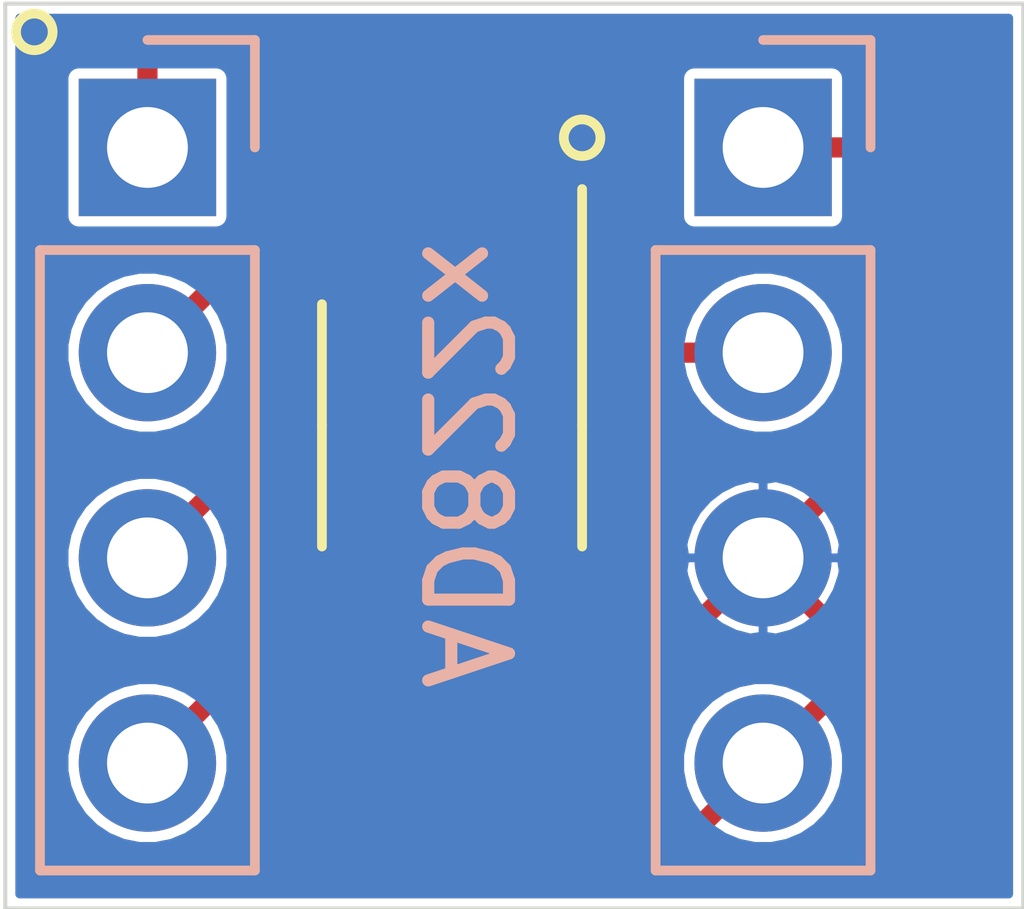
<source format=kicad_pcb>
(kicad_pcb (version 20171130) (host pcbnew "(5.1.5-0-10_14)")

  (general
    (thickness 1.6)
    (drawings 7)
    (tracks 64)
    (zones 0)
    (modules 8)
    (nets 9)
  )

  (page A4)
  (layers
    (0 F.Cu signal)
    (31 B.Cu signal)
    (32 B.Adhes user)
    (33 F.Adhes user)
    (34 B.Paste user)
    (35 F.Paste user)
    (36 B.SilkS user)
    (37 F.SilkS user)
    (38 B.Mask user)
    (39 F.Mask user)
    (40 Dwgs.User user)
    (41 Cmts.User user)
    (42 Eco1.User user)
    (43 Eco2.User user)
    (44 Edge.Cuts user)
    (45 Margin user)
    (46 B.CrtYd user)
    (47 F.CrtYd user)
    (48 B.Fab user hide)
    (49 F.Fab user hide)
  )

  (setup
    (last_trace_width 0.25)
    (trace_clearance 0.127)
    (zone_clearance 0.1)
    (zone_45_only no)
    (trace_min 0.2)
    (via_size 0.8)
    (via_drill 0.4)
    (via_min_size 0.4)
    (via_min_drill 0.3)
    (uvia_size 0.3)
    (uvia_drill 0.1)
    (uvias_allowed no)
    (uvia_min_size 0.2)
    (uvia_min_drill 0.1)
    (edge_width 0.05)
    (segment_width 0.2)
    (pcb_text_width 0.3)
    (pcb_text_size 1.5 1.5)
    (mod_edge_width 0.12)
    (mod_text_size 1 1)
    (mod_text_width 0.15)
    (pad_size 1.524 1.524)
    (pad_drill 0.762)
    (pad_to_mask_clearance 0.051)
    (solder_mask_min_width 0.25)
    (aux_axis_origin 0 0)
    (visible_elements FFFFFF7F)
    (pcbplotparams
      (layerselection 0x010fc_ffffffff)
      (usegerberextensions false)
      (usegerberattributes false)
      (usegerberadvancedattributes false)
      (creategerberjobfile false)
      (excludeedgelayer true)
      (linewidth 0.150000)
      (plotframeref false)
      (viasonmask false)
      (mode 1)
      (useauxorigin false)
      (hpglpennumber 1)
      (hpglpenspeed 20)
      (hpglpendiameter 15.000000)
      (psnegative false)
      (psa4output false)
      (plotreference true)
      (plotvalue true)
      (plotinvisibletext false)
      (padsonsilk false)
      (subtractmaskfromsilk true)
      (outputformat 1)
      (mirror false)
      (drillshape 0)
      (scaleselection 1)
      (outputdirectory "Gerbers/"))
  )

  (net 0 "")
  (net 1 /Vref)
  (net 2 /V+)
  (net 3 /V-)
  (net 4 /In+)
  (net 5 /Rg2)
  (net 6 /Rg1)
  (net 7 /In-)
  (net 8 /Vout)

  (net_class Default "This is the default net class."
    (clearance 0.127)
    (trace_width 0.25)
    (via_dia 0.8)
    (via_drill 0.4)
    (uvia_dia 0.3)
    (uvia_drill 0.1)
    (add_net /In+)
    (add_net /In-)
    (add_net /Rg1)
    (add_net /Rg2)
    (add_net /V+)
    (add_net /V-)
    (add_net /Vout)
    (add_net /Vref)
  )

  (module Capacitor_SMD:C_0402_1005Metric (layer F.Cu) (tedit 5B301BBE) (tstamp 5F70ACDD)
    (at 140.06 88.43 180)
    (descr "Capacitor SMD 0402 (1005 Metric), square (rectangular) end terminal, IPC_7351 nominal, (Body size source: http://www.tortai-tech.com/upload/download/2011102023233369053.pdf), generated with kicad-footprint-generator")
    (tags capacitor)
    (path /5FE7ECBE)
    (attr smd)
    (fp_text reference C4 (at 0 -1.17) (layer F.SilkS) hide
      (effects (font (size 1 1) (thickness 0.15)))
    )
    (fp_text value 10u (at 0 1.17) (layer F.Fab)
      (effects (font (size 1 1) (thickness 0.15)))
    )
    (fp_text user %R (at 0 0) (layer F.Fab)
      (effects (font (size 0.25 0.25) (thickness 0.04)))
    )
    (fp_line (start 0.93 0.47) (end -0.93 0.47) (layer F.CrtYd) (width 0.05))
    (fp_line (start 0.93 -0.47) (end 0.93 0.47) (layer F.CrtYd) (width 0.05))
    (fp_line (start -0.93 -0.47) (end 0.93 -0.47) (layer F.CrtYd) (width 0.05))
    (fp_line (start -0.93 0.47) (end -0.93 -0.47) (layer F.CrtYd) (width 0.05))
    (fp_line (start 0.5 0.25) (end -0.5 0.25) (layer F.Fab) (width 0.1))
    (fp_line (start 0.5 -0.25) (end 0.5 0.25) (layer F.Fab) (width 0.1))
    (fp_line (start -0.5 -0.25) (end 0.5 -0.25) (layer F.Fab) (width 0.1))
    (fp_line (start -0.5 0.25) (end -0.5 -0.25) (layer F.Fab) (width 0.1))
    (pad 2 smd roundrect (at 0.485 0 180) (size 0.59 0.64) (layers F.Cu F.Paste F.Mask) (roundrect_rratio 0.25)
      (net 3 /V-))
    (pad 1 smd roundrect (at -0.485 0 180) (size 0.59 0.64) (layers F.Cu F.Paste F.Mask) (roundrect_rratio 0.25)
      (net 1 /Vref))
    (model ${KISYS3DMOD}/Capacitor_SMD.3dshapes/C_0402_1005Metric.wrl
      (at (xyz 0 0 0))
      (scale (xyz 1 1 1))
      (rotate (xyz 0 0 0))
    )
  )

  (module Capacitor_SMD:C_0402_1005Metric (layer F.Cu) (tedit 5B301BBE) (tstamp 5F70ACB0)
    (at 142 88.43)
    (descr "Capacitor SMD 0402 (1005 Metric), square (rectangular) end terminal, IPC_7351 nominal, (Body size source: http://www.tortai-tech.com/upload/download/2011102023233369053.pdf), generated with kicad-footprint-generator")
    (tags capacitor)
    (path /5FE72372)
    (attr smd)
    (fp_text reference C1 (at 0 -1.17) (layer F.SilkS) hide
      (effects (font (size 1 1) (thickness 0.15)))
    )
    (fp_text value 100n (at 0 1.17) (layer F.Fab)
      (effects (font (size 1 1) (thickness 0.15)))
    )
    (fp_line (start -0.5 0.25) (end -0.5 -0.25) (layer F.Fab) (width 0.1))
    (fp_line (start -0.5 -0.25) (end 0.5 -0.25) (layer F.Fab) (width 0.1))
    (fp_line (start 0.5 -0.25) (end 0.5 0.25) (layer F.Fab) (width 0.1))
    (fp_line (start 0.5 0.25) (end -0.5 0.25) (layer F.Fab) (width 0.1))
    (fp_line (start -0.93 0.47) (end -0.93 -0.47) (layer F.CrtYd) (width 0.05))
    (fp_line (start -0.93 -0.47) (end 0.93 -0.47) (layer F.CrtYd) (width 0.05))
    (fp_line (start 0.93 -0.47) (end 0.93 0.47) (layer F.CrtYd) (width 0.05))
    (fp_line (start 0.93 0.47) (end -0.93 0.47) (layer F.CrtYd) (width 0.05))
    (fp_text user %R (at 0 0) (layer F.Fab)
      (effects (font (size 0.25 0.25) (thickness 0.04)))
    )
    (pad 1 smd roundrect (at -0.485 0) (size 0.59 0.64) (layers F.Cu F.Paste F.Mask) (roundrect_rratio 0.25)
      (net 1 /Vref))
    (pad 2 smd roundrect (at 0.485 0) (size 0.59 0.64) (layers F.Cu F.Paste F.Mask) (roundrect_rratio 0.25)
      (net 2 /V+))
    (model ${KISYS3DMOD}/Capacitor_SMD.3dshapes/C_0402_1005Metric.wrl
      (at (xyz 0 0 0))
      (scale (xyz 1 1 1))
      (rotate (xyz 0 0 0))
    )
  )

  (module Capacitor_SMD:C_0402_1005Metric (layer F.Cu) (tedit 5B301BBE) (tstamp 5F70ACBF)
    (at 147.12 82.07 90)
    (descr "Capacitor SMD 0402 (1005 Metric), square (rectangular) end terminal, IPC_7351 nominal, (Body size source: http://www.tortai-tech.com/upload/download/2011102023233369053.pdf), generated with kicad-footprint-generator")
    (tags capacitor)
    (path /5FE728AE)
    (attr smd)
    (fp_text reference C2 (at 0 -1.17 90) (layer F.SilkS) hide
      (effects (font (size 1 1) (thickness 0.15)))
    )
    (fp_text value 10u (at 0 1.17 90) (layer F.Fab)
      (effects (font (size 1 1) (thickness 0.15)))
    )
    (fp_text user %R (at 0 0 90) (layer F.Fab)
      (effects (font (size 0.25 0.25) (thickness 0.04)))
    )
    (fp_line (start 0.93 0.47) (end -0.93 0.47) (layer F.CrtYd) (width 0.05))
    (fp_line (start 0.93 -0.47) (end 0.93 0.47) (layer F.CrtYd) (width 0.05))
    (fp_line (start -0.93 -0.47) (end 0.93 -0.47) (layer F.CrtYd) (width 0.05))
    (fp_line (start -0.93 0.47) (end -0.93 -0.47) (layer F.CrtYd) (width 0.05))
    (fp_line (start 0.5 0.25) (end -0.5 0.25) (layer F.Fab) (width 0.1))
    (fp_line (start 0.5 -0.25) (end 0.5 0.25) (layer F.Fab) (width 0.1))
    (fp_line (start -0.5 -0.25) (end 0.5 -0.25) (layer F.Fab) (width 0.1))
    (fp_line (start -0.5 0.25) (end -0.5 -0.25) (layer F.Fab) (width 0.1))
    (pad 2 smd roundrect (at 0.485 0 90) (size 0.59 0.64) (layers F.Cu F.Paste F.Mask) (roundrect_rratio 0.25)
      (net 2 /V+))
    (pad 1 smd roundrect (at -0.485 0 90) (size 0.59 0.64) (layers F.Cu F.Paste F.Mask) (roundrect_rratio 0.25)
      (net 1 /Vref))
    (model ${KISYS3DMOD}/Capacitor_SMD.3dshapes/C_0402_1005Metric.wrl
      (at (xyz 0 0 0))
      (scale (xyz 1 1 1))
      (rotate (xyz 0 0 0))
    )
  )

  (module Capacitor_SMD:C_0402_1005Metric (layer F.Cu) (tedit 5B301BBE) (tstamp 5F70ACCE)
    (at 147.16 87.7 270)
    (descr "Capacitor SMD 0402 (1005 Metric), square (rectangular) end terminal, IPC_7351 nominal, (Body size source: http://www.tortai-tech.com/upload/download/2011102023233369053.pdf), generated with kicad-footprint-generator")
    (tags capacitor)
    (path /5FE7ECB4)
    (attr smd)
    (fp_text reference C3 (at 0 -1.17 90) (layer F.SilkS) hide
      (effects (font (size 1 1) (thickness 0.15)))
    )
    (fp_text value 100n (at 0 1.17 90) (layer F.Fab)
      (effects (font (size 1 1) (thickness 0.15)))
    )
    (fp_line (start -0.5 0.25) (end -0.5 -0.25) (layer F.Fab) (width 0.1))
    (fp_line (start -0.5 -0.25) (end 0.5 -0.25) (layer F.Fab) (width 0.1))
    (fp_line (start 0.5 -0.25) (end 0.5 0.25) (layer F.Fab) (width 0.1))
    (fp_line (start 0.5 0.25) (end -0.5 0.25) (layer F.Fab) (width 0.1))
    (fp_line (start -0.93 0.47) (end -0.93 -0.47) (layer F.CrtYd) (width 0.05))
    (fp_line (start -0.93 -0.47) (end 0.93 -0.47) (layer F.CrtYd) (width 0.05))
    (fp_line (start 0.93 -0.47) (end 0.93 0.47) (layer F.CrtYd) (width 0.05))
    (fp_line (start 0.93 0.47) (end -0.93 0.47) (layer F.CrtYd) (width 0.05))
    (fp_text user %R (at 0 0 90) (layer F.Fab)
      (effects (font (size 0.25 0.25) (thickness 0.04)))
    )
    (pad 1 smd roundrect (at -0.485 0 270) (size 0.59 0.64) (layers F.Cu F.Paste F.Mask) (roundrect_rratio 0.25)
      (net 1 /Vref))
    (pad 2 smd roundrect (at 0.485 0 270) (size 0.59 0.64) (layers F.Cu F.Paste F.Mask) (roundrect_rratio 0.25)
      (net 3 /V-))
    (model ${KISYS3DMOD}/Capacitor_SMD.3dshapes/C_0402_1005Metric.wrl
      (at (xyz 0 0 0))
      (scale (xyz 1 1 1))
      (rotate (xyz 0 0 0))
    )
  )

  (module Connector_PinHeader_2.54mm:PinHeader_1x04_P2.54mm_Vertical locked (layer B.Cu) (tedit 59FED5CC) (tstamp 5F70BF6F)
    (at 137.16 81.28 180)
    (descr "Through hole straight pin header, 1x04, 2.54mm pitch, single row")
    (tags "Through hole pin header THT 1x04 2.54mm single row")
    (path /5FE6FA2B)
    (fp_text reference J1 (at 0 2.33) (layer B.SilkS) hide
      (effects (font (size 1 1) (thickness 0.15)) (justify mirror))
    )
    (fp_text value Conn_01x04 (at 0 -9.95) (layer B.Fab)
      (effects (font (size 1 1) (thickness 0.15)) (justify mirror))
    )
    (fp_text user %R (at 0 -3.81 270) (layer B.Fab)
      (effects (font (size 1 1) (thickness 0.15)) (justify mirror))
    )
    (fp_line (start 1.8 1.8) (end -1.8 1.8) (layer B.CrtYd) (width 0.05))
    (fp_line (start 1.8 -9.4) (end 1.8 1.8) (layer B.CrtYd) (width 0.05))
    (fp_line (start -1.8 -9.4) (end 1.8 -9.4) (layer B.CrtYd) (width 0.05))
    (fp_line (start -1.8 1.8) (end -1.8 -9.4) (layer B.CrtYd) (width 0.05))
    (fp_line (start -1.33 1.33) (end 0 1.33) (layer B.SilkS) (width 0.12))
    (fp_line (start -1.33 0) (end -1.33 1.33) (layer B.SilkS) (width 0.12))
    (fp_line (start -1.33 -1.27) (end 1.33 -1.27) (layer B.SilkS) (width 0.12))
    (fp_line (start 1.33 -1.27) (end 1.33 -8.95) (layer B.SilkS) (width 0.12))
    (fp_line (start -1.33 -1.27) (end -1.33 -8.95) (layer B.SilkS) (width 0.12))
    (fp_line (start -1.33 -8.95) (end 1.33 -8.95) (layer B.SilkS) (width 0.12))
    (fp_line (start -1.27 0.635) (end -0.635 1.27) (layer B.Fab) (width 0.1))
    (fp_line (start -1.27 -8.89) (end -1.27 0.635) (layer B.Fab) (width 0.1))
    (fp_line (start 1.27 -8.89) (end -1.27 -8.89) (layer B.Fab) (width 0.1))
    (fp_line (start 1.27 1.27) (end 1.27 -8.89) (layer B.Fab) (width 0.1))
    (fp_line (start -0.635 1.27) (end 1.27 1.27) (layer B.Fab) (width 0.1))
    (pad 4 thru_hole oval (at 0 -7.62 180) (size 1.7 1.7) (drill 1) (layers *.Cu *.Mask)
      (net 4 /In+))
    (pad 3 thru_hole oval (at 0 -5.08 180) (size 1.7 1.7) (drill 1) (layers *.Cu *.Mask)
      (net 5 /Rg2))
    (pad 2 thru_hole oval (at 0 -2.54 180) (size 1.7 1.7) (drill 1) (layers *.Cu *.Mask)
      (net 6 /Rg1))
    (pad 1 thru_hole rect (at 0 0 180) (size 1.7 1.7) (drill 1) (layers *.Cu *.Mask)
      (net 7 /In-))
    (model ${KISYS3DMOD}/Connector_PinHeader_2.54mm.3dshapes/PinHeader_1x04_P2.54mm_Vertical.wrl
      (at (xyz 0 0 0))
      (scale (xyz 1 1 1))
      (rotate (xyz 0 0 0))
    )
  )

  (module Connector_PinHeader_2.54mm:PinHeader_1x04_P2.54mm_Vertical locked (layer B.Cu) (tedit 59FED5CC) (tstamp 5F70C082)
    (at 144.78 81.28 180)
    (descr "Through hole straight pin header, 1x04, 2.54mm pitch, single row")
    (tags "Through hole pin header THT 1x04 2.54mm single row")
    (path /5FE70826)
    (fp_text reference J2 (at 0 2.33) (layer B.SilkS) hide
      (effects (font (size 1 1) (thickness 0.15)) (justify mirror))
    )
    (fp_text value Conn_01x04 (at 0 -9.95) (layer B.Fab)
      (effects (font (size 1 1) (thickness 0.15)) (justify mirror))
    )
    (fp_line (start -0.635 1.27) (end 1.27 1.27) (layer B.Fab) (width 0.1))
    (fp_line (start 1.27 1.27) (end 1.27 -8.89) (layer B.Fab) (width 0.1))
    (fp_line (start 1.27 -8.89) (end -1.27 -8.89) (layer B.Fab) (width 0.1))
    (fp_line (start -1.27 -8.89) (end -1.27 0.635) (layer B.Fab) (width 0.1))
    (fp_line (start -1.27 0.635) (end -0.635 1.27) (layer B.Fab) (width 0.1))
    (fp_line (start -1.33 -8.95) (end 1.33 -8.95) (layer B.SilkS) (width 0.12))
    (fp_line (start -1.33 -1.27) (end -1.33 -8.95) (layer B.SilkS) (width 0.12))
    (fp_line (start 1.33 -1.27) (end 1.33 -8.95) (layer B.SilkS) (width 0.12))
    (fp_line (start -1.33 -1.27) (end 1.33 -1.27) (layer B.SilkS) (width 0.12))
    (fp_line (start -1.33 0) (end -1.33 1.33) (layer B.SilkS) (width 0.12))
    (fp_line (start -1.33 1.33) (end 0 1.33) (layer B.SilkS) (width 0.12))
    (fp_line (start -1.8 1.8) (end -1.8 -9.4) (layer B.CrtYd) (width 0.05))
    (fp_line (start -1.8 -9.4) (end 1.8 -9.4) (layer B.CrtYd) (width 0.05))
    (fp_line (start 1.8 -9.4) (end 1.8 1.8) (layer B.CrtYd) (width 0.05))
    (fp_line (start 1.8 1.8) (end -1.8 1.8) (layer B.CrtYd) (width 0.05))
    (fp_text user %R (at 0 -3.81 270) (layer B.Fab)
      (effects (font (size 1 1) (thickness 0.15)) (justify mirror))
    )
    (pad 1 thru_hole rect (at 0 0 180) (size 1.7 1.7) (drill 1) (layers *.Cu *.Mask)
      (net 2 /V+))
    (pad 2 thru_hole oval (at 0 -2.54 180) (size 1.7 1.7) (drill 1) (layers *.Cu *.Mask)
      (net 8 /Vout))
    (pad 3 thru_hole oval (at 0 -5.08 180) (size 1.7 1.7) (drill 1) (layers *.Cu *.Mask)
      (net 1 /Vref))
    (pad 4 thru_hole oval (at 0 -7.62 180) (size 1.7 1.7) (drill 1) (layers *.Cu *.Mask)
      (net 3 /V-))
    (model ${KISYS3DMOD}/Connector_PinHeader_2.54mm.3dshapes/PinHeader_1x04_P2.54mm_Vertical.wrl
      (at (xyz 0 0 0))
      (scale (xyz 1 1 1))
      (rotate (xyz 0 0 0))
    )
  )

  (module Resistor_SMD:R_0402_1005Metric (layer F.Cu) (tedit 5B301BBD) (tstamp 5F70AD1C)
    (at 140.82 81 180)
    (descr "Resistor SMD 0402 (1005 Metric), square (rectangular) end terminal, IPC_7351 nominal, (Body size source: http://www.tortai-tech.com/upload/download/2011102023233369053.pdf), generated with kicad-footprint-generator")
    (tags resistor)
    (path /5FE7100F)
    (attr smd)
    (fp_text reference R1 (at 0 -1.17) (layer F.SilkS) hide
      (effects (font (size 1 1) (thickness 0.15)))
    )
    (fp_text value R (at 0 1.17) (layer F.Fab)
      (effects (font (size 1 1) (thickness 0.15)))
    )
    (fp_line (start -0.5 0.25) (end -0.5 -0.25) (layer F.Fab) (width 0.1))
    (fp_line (start -0.5 -0.25) (end 0.5 -0.25) (layer F.Fab) (width 0.1))
    (fp_line (start 0.5 -0.25) (end 0.5 0.25) (layer F.Fab) (width 0.1))
    (fp_line (start 0.5 0.25) (end -0.5 0.25) (layer F.Fab) (width 0.1))
    (fp_line (start -0.93 0.47) (end -0.93 -0.47) (layer F.CrtYd) (width 0.05))
    (fp_line (start -0.93 -0.47) (end 0.93 -0.47) (layer F.CrtYd) (width 0.05))
    (fp_line (start 0.93 -0.47) (end 0.93 0.47) (layer F.CrtYd) (width 0.05))
    (fp_line (start 0.93 0.47) (end -0.93 0.47) (layer F.CrtYd) (width 0.05))
    (fp_text user %R (at 0 0) (layer F.Fab)
      (effects (font (size 0.25 0.25) (thickness 0.04)))
    )
    (pad 1 smd roundrect (at -0.485 0 180) (size 0.59 0.64) (layers F.Cu F.Paste F.Mask) (roundrect_rratio 0.25)
      (net 6 /Rg1))
    (pad 2 smd roundrect (at 0.485 0 180) (size 0.59 0.64) (layers F.Cu F.Paste F.Mask) (roundrect_rratio 0.25)
      (net 5 /Rg2))
    (model ${KISYS3DMOD}/Resistor_SMD.3dshapes/R_0402_1005Metric.wrl
      (at (xyz 0 0 0))
      (scale (xyz 1 1 1))
      (rotate (xyz 0 0 0))
    )
  )

  (module Package_SO:MSOP-8_3x3mm_P0.65mm (layer F.Cu) (tedit 5D9F72B0) (tstamp 5F70B463)
    (at 140.93 84.72 270)
    (descr "MSOP, 8 Pin (https://www.jedec.org/system/files/docs/mo-187F.pdf variant AA), generated with kicad-footprint-generator ipc_gullwing_generator.py")
    (tags "MSOP SO")
    (path /5FE6F31F)
    (attr smd)
    (fp_text reference U1 (at 0 -2.45 90) (layer F.SilkS) hide
      (effects (font (size 1 1) (thickness 0.15)))
    )
    (fp_text value AD8226ARMZ (at 0 2.45 90) (layer F.Fab)
      (effects (font (size 1 1) (thickness 0.15)))
    )
    (fp_line (start 0 1.61) (end 1.5 1.61) (layer F.SilkS) (width 0.12))
    (fp_line (start 0 1.61) (end -1.5 1.61) (layer F.SilkS) (width 0.12))
    (fp_line (start 0 -1.61) (end 1.5 -1.61) (layer F.SilkS) (width 0.12))
    (fp_line (start 0 -1.61) (end -2.925 -1.61) (layer F.SilkS) (width 0.12))
    (fp_line (start -0.75 -1.5) (end 1.5 -1.5) (layer F.Fab) (width 0.1))
    (fp_line (start 1.5 -1.5) (end 1.5 1.5) (layer F.Fab) (width 0.1))
    (fp_line (start 1.5 1.5) (end -1.5 1.5) (layer F.Fab) (width 0.1))
    (fp_line (start -1.5 1.5) (end -1.5 -0.75) (layer F.Fab) (width 0.1))
    (fp_line (start -1.5 -0.75) (end -0.75 -1.5) (layer F.Fab) (width 0.1))
    (fp_line (start -3.18 -1.75) (end -3.18 1.75) (layer F.CrtYd) (width 0.05))
    (fp_line (start -3.18 1.75) (end 3.18 1.75) (layer F.CrtYd) (width 0.05))
    (fp_line (start 3.18 1.75) (end 3.18 -1.75) (layer F.CrtYd) (width 0.05))
    (fp_line (start 3.18 -1.75) (end -3.18 -1.75) (layer F.CrtYd) (width 0.05))
    (fp_text user %R (at 0 0 90) (layer F.Fab)
      (effects (font (size 0.75 0.75) (thickness 0.11)))
    )
    (pad 1 smd roundrect (at -2.1125 -0.975 270) (size 1.625 0.5) (layers F.Cu F.Paste F.Mask) (roundrect_rratio 0.25)
      (net 7 /In-))
    (pad 2 smd roundrect (at -2.1125 -0.325 270) (size 1.625 0.5) (layers F.Cu F.Paste F.Mask) (roundrect_rratio 0.25)
      (net 6 /Rg1))
    (pad 3 smd roundrect (at -2.1125 0.325 270) (size 1.625 0.5) (layers F.Cu F.Paste F.Mask) (roundrect_rratio 0.25)
      (net 5 /Rg2))
    (pad 4 smd roundrect (at -2.1125 0.975 270) (size 1.625 0.5) (layers F.Cu F.Paste F.Mask) (roundrect_rratio 0.25)
      (net 4 /In+))
    (pad 5 smd roundrect (at 2.1125 0.975 270) (size 1.625 0.5) (layers F.Cu F.Paste F.Mask) (roundrect_rratio 0.25)
      (net 3 /V-))
    (pad 6 smd roundrect (at 2.1125 0.325 270) (size 1.625 0.5) (layers F.Cu F.Paste F.Mask) (roundrect_rratio 0.25)
      (net 1 /Vref))
    (pad 7 smd roundrect (at 2.1125 -0.325 270) (size 1.625 0.5) (layers F.Cu F.Paste F.Mask) (roundrect_rratio 0.25)
      (net 8 /Vout))
    (pad 8 smd roundrect (at 2.1125 -0.975 270) (size 1.625 0.5) (layers F.Cu F.Paste F.Mask) (roundrect_rratio 0.25)
      (net 2 /V+))
    (model ${KISYS3DMOD}/Package_SO.3dshapes/MSOP-8_3x3mm_P0.65mm.wrl
      (at (xyz 0 0 0))
      (scale (xyz 1 1 1))
      (rotate (xyz 0 0 0))
    )
  )

  (gr_text AD822x (at 141.09 85.21 270) (layer B.SilkS)
    (effects (font (size 1 1) (thickness 0.15)) (justify mirror))
  )
  (gr_circle (center 142.54 81.16) (end 142.69 81.33) (layer F.SilkS) (width 0.12) (tstamp 5F70C298))
  (gr_circle (center 135.76 79.85) (end 135.91 80.02) (layer F.SilkS) (width 0.12))
  (gr_line (start 135.4 90.7) (end 135.4 79.5) (layer Edge.Cuts) (width 0.05) (tstamp 5F70BD1D))
  (gr_line (start 148 90.7) (end 135.4 90.7) (layer Edge.Cuts) (width 0.05))
  (gr_line (start 148 79.5) (end 148 90.7) (layer Edge.Cuts) (width 0.05))
  (gr_line (start 135.4 79.5) (end 148 79.5) (layer Edge.Cuts) (width 0.05))

  (segment (start 147.12 84.02) (end 144.78 86.36) (width 0.25) (layer F.Cu) (net 1))
  (segment (start 147.12 82.555) (end 147.12 84.02) (width 0.25) (layer F.Cu) (net 1))
  (segment (start 145.635 87.215) (end 144.78 86.36) (width 0.25) (layer F.Cu) (net 1))
  (segment (start 147.16 87.215) (end 145.635 87.215) (width 0.25) (layer F.Cu) (net 1))
  (segment (start 140.545 86.8925) (end 140.605 86.8325) (width 0.25) (layer F.Cu) (net 1))
  (segment (start 140.545 88.43) (end 140.545 86.8925) (width 0.25) (layer F.Cu) (net 1))
  (segment (start 140.545 88.43) (end 141.515 88.43) (width 0.25) (layer F.Cu) (net 1))
  (segment (start 141.76701 89.00201) (end 142.99799 89.00201) (width 0.25) (layer F.Cu) (net 1))
  (segment (start 141.515 88.75) (end 141.76701 89.00201) (width 0.25) (layer F.Cu) (net 1))
  (segment (start 141.515 88.43) (end 141.515 88.75) (width 0.25) (layer F.Cu) (net 1))
  (segment (start 142.99799 89.00201) (end 143.5 88.5) (width 0.25) (layer F.Cu) (net 1))
  (segment (start 143.5 87.64) (end 144.78 86.36) (width 0.25) (layer F.Cu) (net 1))
  (segment (start 143.5 88.5) (end 143.5 87.64) (width 0.25) (layer F.Cu) (net 1))
  (segment (start 145.88 81.28) (end 146.17 81.57) (width 0.25) (layer F.Cu) (net 2))
  (segment (start 144.78 81.28) (end 145.88 81.28) (width 0.25) (layer F.Cu) (net 2) (tstamp 5F70BE5B))
  (segment (start 146.17 81.57) (end 146.17 84.33359) (width 0.25) (layer F.Cu) (net 2))
  (segment (start 146.17 84.33359) (end 145.46359 85.04) (width 0.25) (layer F.Cu) (net 2))
  (segment (start 145.46359 85.04) (end 144.01 85.04) (width 0.25) (layer F.Cu) (net 2))
  (segment (start 142.2175 86.8325) (end 141.905 86.8325) (width 0.25) (layer F.Cu) (net 2))
  (segment (start 144.01 85.04) (end 142.2175 86.8325) (width 0.25) (layer F.Cu) (net 2))
  (segment (start 146.495 81.28) (end 145.88 81.28) (width 0.25) (layer F.Cu) (net 2))
  (segment (start 146.8 81.585) (end 146.495 81.28) (width 0.25) (layer F.Cu) (net 2))
  (segment (start 147.12 81.585) (end 146.8 81.585) (width 0.25) (layer F.Cu) (net 2))
  (segment (start 142.485 87.4125) (end 141.905 86.8325) (width 0.25) (layer F.Cu) (net 2))
  (segment (start 142.485 88.43) (end 142.485 87.4125) (width 0.25) (layer F.Cu) (net 2))
  (segment (start 145.495 88.185) (end 144.78 88.9) (width 0.25) (layer F.Cu) (net 3) (tstamp 5F70C0B3))
  (segment (start 147.16 88.185) (end 145.495 88.185) (width 0.25) (layer F.Cu) (net 3))
  (segment (start 139.575 87.2125) (end 139.955 86.8325) (width 0.25) (layer F.Cu) (net 3))
  (segment (start 139.575 88.43) (end 139.575 87.2125) (width 0.25) (layer F.Cu) (net 3))
  (segment (start 143.930001 89.749999) (end 144.78 88.9) (width 0.25) (layer F.Cu) (net 3))
  (segment (start 140.574999 89.749999) (end 143.930001 89.749999) (width 0.25) (layer F.Cu) (net 3))
  (segment (start 139.575 88.75) (end 140.574999 89.749999) (width 0.25) (layer F.Cu) (net 3))
  (segment (start 139.575 88.43) (end 139.575 88.75) (width 0.25) (layer F.Cu) (net 3))
  (segment (start 139.955 84.325) (end 139.955 82.6075) (width 0.25) (layer F.Cu) (net 4))
  (segment (start 139.94 84.31) (end 139.955 84.325) (width 0.25) (layer F.Cu) (net 4))
  (segment (start 138.98701 85.26299) (end 139.94 84.31) (width 0.25) (layer F.Cu) (net 4))
  (segment (start 138.98701 87.07299) (end 138.98701 85.26299) (width 0.25) (layer F.Cu) (net 4))
  (segment (start 137.16 88.9) (end 138.98701 87.07299) (width 0.25) (layer F.Cu) (net 4))
  (segment (start 140.605 81.27) (end 140.335 81) (width 0.25) (layer F.Cu) (net 5))
  (segment (start 140.605 82.6075) (end 140.605 81.27) (width 0.25) (layer F.Cu) (net 5))
  (segment (start 140.04 81) (end 139.16 81.88) (width 0.25) (layer F.Cu) (net 5))
  (segment (start 140.335 81) (end 140.04 81) (width 0.25) (layer F.Cu) (net 5))
  (segment (start 137.16 86.36) (end 138.61 84.91) (width 0.25) (layer F.Cu) (net 5))
  (segment (start 138.61 83.55) (end 139.16 83) (width 0.25) (layer F.Cu) (net 5))
  (segment (start 138.61 84.91) (end 138.61 83.55) (width 0.25) (layer F.Cu) (net 5))
  (segment (start 139.16 81.88) (end 139.16 83) (width 0.25) (layer F.Cu) (net 5))
  (segment (start 141.255 81.05) (end 141.305 81) (width 0.25) (layer F.Cu) (net 6))
  (segment (start 141.255 82.6075) (end 141.255 81.05) (width 0.25) (layer F.Cu) (net 6))
  (segment (start 141.05299 80.42799) (end 141.305 80.68) (width 0.25) (layer F.Cu) (net 6))
  (segment (start 141.305 80.68) (end 141.305 81) (width 0.25) (layer F.Cu) (net 6))
  (segment (start 140.022016 80.42799) (end 141.05299 80.42799) (width 0.25) (layer F.Cu) (net 6))
  (segment (start 138.289999 82.160007) (end 140.022016 80.42799) (width 0.25) (layer F.Cu) (net 6))
  (segment (start 138.289999 82.690001) (end 138.289999 82.160007) (width 0.25) (layer F.Cu) (net 6))
  (segment (start 137.16 83.82) (end 138.289999 82.690001) (width 0.25) (layer F.Cu) (net 6))
  (segment (start 141.905 80.715006) (end 141.905 81.795) (width 0.25) (layer F.Cu) (net 7))
  (segment (start 141.167974 79.97798) (end 141.905 80.715006) (width 0.25) (layer F.Cu) (net 7))
  (segment (start 141.905 81.795) (end 141.905 82.6075) (width 0.25) (layer F.Cu) (net 7))
  (segment (start 137.36202 79.97798) (end 141.167974 79.97798) (width 0.25) (layer F.Cu) (net 7))
  (segment (start 137.16 80.18) (end 137.36202 79.97798) (width 0.25) (layer F.Cu) (net 7))
  (segment (start 137.16 81.28) (end 137.16 80.18) (width 0.25) (layer F.Cu) (net 7))
  (segment (start 143.577919 83.82) (end 144.78 83.82) (width 0.25) (layer F.Cu) (net 8))
  (segment (start 142.141412 83.82) (end 143.577919 83.82) (width 0.25) (layer F.Cu) (net 8))
  (segment (start 141.255 84.706412) (end 142.141412 83.82) (width 0.25) (layer F.Cu) (net 8))
  (segment (start 141.255 86.8325) (end 141.255 84.706412) (width 0.25) (layer F.Cu) (net 8))

  (zone (net 1) (net_name /Vref) (layer B.Cu) (tstamp 5F713C6A) (hatch edge 0.508)
    (connect_pads (clearance 0.1))
    (min_thickness 0.1)
    (fill yes (arc_segments 32) (thermal_gap 0.1) (thermal_bridge_width 0.11))
    (polygon
      (pts
        (xy 148 90.7) (xy 135.4 90.7) (xy 135.4 79.5) (xy 148 79.5)
      )
    )
    (filled_polygon
      (pts
        (xy 147.825001 90.525) (xy 135.575 90.525) (xy 135.575 88.798849) (xy 136.133 88.798849) (xy 136.133 89.001151)
        (xy 136.172467 89.199565) (xy 136.249885 89.386467) (xy 136.362277 89.554674) (xy 136.505326 89.697723) (xy 136.673533 89.810115)
        (xy 136.860435 89.887533) (xy 137.058849 89.927) (xy 137.261151 89.927) (xy 137.459565 89.887533) (xy 137.646467 89.810115)
        (xy 137.814674 89.697723) (xy 137.957723 89.554674) (xy 138.070115 89.386467) (xy 138.147533 89.199565) (xy 138.187 89.001151)
        (xy 138.187 88.798849) (xy 143.753 88.798849) (xy 143.753 89.001151) (xy 143.792467 89.199565) (xy 143.869885 89.386467)
        (xy 143.982277 89.554674) (xy 144.125326 89.697723) (xy 144.293533 89.810115) (xy 144.480435 89.887533) (xy 144.678849 89.927)
        (xy 144.881151 89.927) (xy 145.079565 89.887533) (xy 145.266467 89.810115) (xy 145.434674 89.697723) (xy 145.577723 89.554674)
        (xy 145.690115 89.386467) (xy 145.767533 89.199565) (xy 145.807 89.001151) (xy 145.807 88.798849) (xy 145.767533 88.600435)
        (xy 145.690115 88.413533) (xy 145.577723 88.245326) (xy 145.434674 88.102277) (xy 145.266467 87.989885) (xy 145.079565 87.912467)
        (xy 144.881151 87.873) (xy 144.678849 87.873) (xy 144.480435 87.912467) (xy 144.293533 87.989885) (xy 144.125326 88.102277)
        (xy 143.982277 88.245326) (xy 143.869885 88.413533) (xy 143.792467 88.600435) (xy 143.753 88.798849) (xy 138.187 88.798849)
        (xy 138.147533 88.600435) (xy 138.070115 88.413533) (xy 137.957723 88.245326) (xy 137.814674 88.102277) (xy 137.646467 87.989885)
        (xy 137.459565 87.912467) (xy 137.261151 87.873) (xy 137.058849 87.873) (xy 136.860435 87.912467) (xy 136.673533 87.989885)
        (xy 136.505326 88.102277) (xy 136.362277 88.245326) (xy 136.249885 88.413533) (xy 136.172467 88.600435) (xy 136.133 88.798849)
        (xy 135.575 88.798849) (xy 135.575 86.258849) (xy 136.133 86.258849) (xy 136.133 86.461151) (xy 136.172467 86.659565)
        (xy 136.249885 86.846467) (xy 136.362277 87.014674) (xy 136.505326 87.157723) (xy 136.673533 87.270115) (xy 136.860435 87.347533)
        (xy 137.058849 87.387) (xy 137.261151 87.387) (xy 137.459565 87.347533) (xy 137.646467 87.270115) (xy 137.814674 87.157723)
        (xy 137.957723 87.014674) (xy 138.070115 86.846467) (xy 138.147533 86.659565) (xy 138.175021 86.521371) (xy 143.793107 86.521371)
        (xy 143.806474 86.58858) (xy 143.869774 86.774113) (xy 143.968053 86.943732) (xy 144.097535 87.090919) (xy 144.253244 87.210017)
        (xy 144.429196 87.296449) (xy 144.618629 87.346894) (xy 144.775 87.322488) (xy 144.775 86.365) (xy 144.785 86.365)
        (xy 144.785 87.322488) (xy 144.941371 87.346894) (xy 145.130804 87.296449) (xy 145.306756 87.210017) (xy 145.462465 87.090919)
        (xy 145.591947 86.943732) (xy 145.690226 86.774113) (xy 145.753526 86.58858) (xy 145.766893 86.521371) (xy 145.742487 86.365)
        (xy 144.785 86.365) (xy 144.775 86.365) (xy 143.817513 86.365) (xy 143.793107 86.521371) (xy 138.175021 86.521371)
        (xy 138.187 86.461151) (xy 138.187 86.258849) (xy 138.175022 86.198629) (xy 143.793107 86.198629) (xy 143.817513 86.355)
        (xy 144.775 86.355) (xy 144.775 85.397512) (xy 144.785 85.397512) (xy 144.785 86.355) (xy 145.742487 86.355)
        (xy 145.766893 86.198629) (xy 145.753526 86.13142) (xy 145.690226 85.945887) (xy 145.591947 85.776268) (xy 145.462465 85.629081)
        (xy 145.306756 85.509983) (xy 145.130804 85.423551) (xy 144.941371 85.373106) (xy 144.785 85.397512) (xy 144.775 85.397512)
        (xy 144.618629 85.373106) (xy 144.429196 85.423551) (xy 144.253244 85.509983) (xy 144.097535 85.629081) (xy 143.968053 85.776268)
        (xy 143.869774 85.945887) (xy 143.806474 86.13142) (xy 143.793107 86.198629) (xy 138.175022 86.198629) (xy 138.147533 86.060435)
        (xy 138.070115 85.873533) (xy 137.957723 85.705326) (xy 137.814674 85.562277) (xy 137.646467 85.449885) (xy 137.459565 85.372467)
        (xy 137.261151 85.333) (xy 137.058849 85.333) (xy 136.860435 85.372467) (xy 136.673533 85.449885) (xy 136.505326 85.562277)
        (xy 136.362277 85.705326) (xy 136.249885 85.873533) (xy 136.172467 86.060435) (xy 136.133 86.258849) (xy 135.575 86.258849)
        (xy 135.575 83.718849) (xy 136.133 83.718849) (xy 136.133 83.921151) (xy 136.172467 84.119565) (xy 136.249885 84.306467)
        (xy 136.362277 84.474674) (xy 136.505326 84.617723) (xy 136.673533 84.730115) (xy 136.860435 84.807533) (xy 137.058849 84.847)
        (xy 137.261151 84.847) (xy 137.459565 84.807533) (xy 137.646467 84.730115) (xy 137.814674 84.617723) (xy 137.957723 84.474674)
        (xy 138.070115 84.306467) (xy 138.147533 84.119565) (xy 138.187 83.921151) (xy 138.187 83.718849) (xy 143.753 83.718849)
        (xy 143.753 83.921151) (xy 143.792467 84.119565) (xy 143.869885 84.306467) (xy 143.982277 84.474674) (xy 144.125326 84.617723)
        (xy 144.293533 84.730115) (xy 144.480435 84.807533) (xy 144.678849 84.847) (xy 144.881151 84.847) (xy 145.079565 84.807533)
        (xy 145.266467 84.730115) (xy 145.434674 84.617723) (xy 145.577723 84.474674) (xy 145.690115 84.306467) (xy 145.767533 84.119565)
        (xy 145.807 83.921151) (xy 145.807 83.718849) (xy 145.767533 83.520435) (xy 145.690115 83.333533) (xy 145.577723 83.165326)
        (xy 145.434674 83.022277) (xy 145.266467 82.909885) (xy 145.079565 82.832467) (xy 144.881151 82.793) (xy 144.678849 82.793)
        (xy 144.480435 82.832467) (xy 144.293533 82.909885) (xy 144.125326 83.022277) (xy 143.982277 83.165326) (xy 143.869885 83.333533)
        (xy 143.792467 83.520435) (xy 143.753 83.718849) (xy 138.187 83.718849) (xy 138.147533 83.520435) (xy 138.070115 83.333533)
        (xy 137.957723 83.165326) (xy 137.814674 83.022277) (xy 137.646467 82.909885) (xy 137.459565 82.832467) (xy 137.261151 82.793)
        (xy 137.058849 82.793) (xy 136.860435 82.832467) (xy 136.673533 82.909885) (xy 136.505326 83.022277) (xy 136.362277 83.165326)
        (xy 136.249885 83.333533) (xy 136.172467 83.520435) (xy 136.133 83.718849) (xy 135.575 83.718849) (xy 135.575 80.43)
        (xy 136.132144 80.43) (xy 136.132144 82.13) (xy 136.135561 82.164698) (xy 136.145682 82.198063) (xy 136.162118 82.228811)
        (xy 136.184237 82.255763) (xy 136.211189 82.277882) (xy 136.241937 82.294318) (xy 136.275302 82.304439) (xy 136.31 82.307856)
        (xy 138.01 82.307856) (xy 138.044698 82.304439) (xy 138.078063 82.294318) (xy 138.108811 82.277882) (xy 138.135763 82.255763)
        (xy 138.157882 82.228811) (xy 138.174318 82.198063) (xy 138.184439 82.164698) (xy 138.187856 82.13) (xy 138.187856 80.43)
        (xy 143.752144 80.43) (xy 143.752144 82.13) (xy 143.755561 82.164698) (xy 143.765682 82.198063) (xy 143.782118 82.228811)
        (xy 143.804237 82.255763) (xy 143.831189 82.277882) (xy 143.861937 82.294318) (xy 143.895302 82.304439) (xy 143.93 82.307856)
        (xy 145.63 82.307856) (xy 145.664698 82.304439) (xy 145.698063 82.294318) (xy 145.728811 82.277882) (xy 145.755763 82.255763)
        (xy 145.777882 82.228811) (xy 145.794318 82.198063) (xy 145.804439 82.164698) (xy 145.807856 82.13) (xy 145.807856 80.43)
        (xy 145.804439 80.395302) (xy 145.794318 80.361937) (xy 145.777882 80.331189) (xy 145.755763 80.304237) (xy 145.728811 80.282118)
        (xy 145.698063 80.265682) (xy 145.664698 80.255561) (xy 145.63 80.252144) (xy 143.93 80.252144) (xy 143.895302 80.255561)
        (xy 143.861937 80.265682) (xy 143.831189 80.282118) (xy 143.804237 80.304237) (xy 143.782118 80.331189) (xy 143.765682 80.361937)
        (xy 143.755561 80.395302) (xy 143.752144 80.43) (xy 138.187856 80.43) (xy 138.184439 80.395302) (xy 138.174318 80.361937)
        (xy 138.157882 80.331189) (xy 138.135763 80.304237) (xy 138.108811 80.282118) (xy 138.078063 80.265682) (xy 138.044698 80.255561)
        (xy 138.01 80.252144) (xy 136.31 80.252144) (xy 136.275302 80.255561) (xy 136.241937 80.265682) (xy 136.211189 80.282118)
        (xy 136.184237 80.304237) (xy 136.162118 80.331189) (xy 136.145682 80.361937) (xy 136.135561 80.395302) (xy 136.132144 80.43)
        (xy 135.575 80.43) (xy 135.575 79.675) (xy 147.825 79.675)
      )
    )
  )
)

</source>
